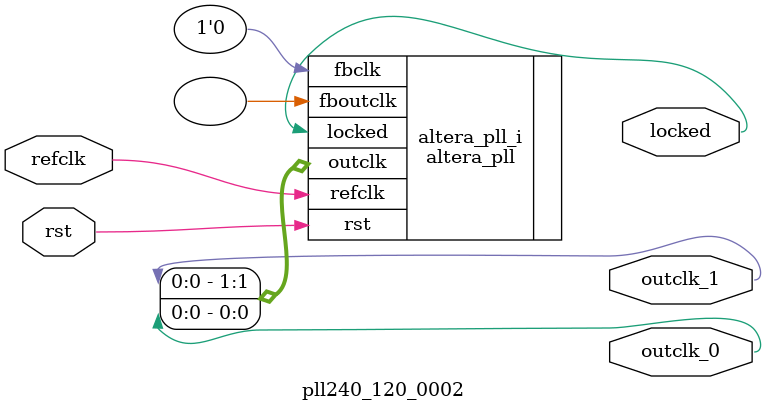
<source format=v>
`timescale 1ns/10ps
module  pll240_120_0002(

	// interface 'refclk'
	input wire refclk,

	// interface 'reset'
	input wire rst,

	// interface 'outclk0'
	output wire outclk_0,

	// interface 'outclk1'
	output wire outclk_1,

	// interface 'locked'
	output wire locked
);

	altera_pll #(
		.fractional_vco_multiplier("false"),
		.reference_clock_frequency("96.0 MHz"),
		.operation_mode("direct"),
		.number_of_clocks(2),
		.output_clock_frequency0("240.000000 MHz"),
		.phase_shift0("0 ps"),
		.duty_cycle0(50),
		.output_clock_frequency1("120.000000 MHz"),
		.phase_shift1("0 ps"),
		.duty_cycle1(50),
		.output_clock_frequency2("0 MHz"),
		.phase_shift2("0 ps"),
		.duty_cycle2(50),
		.output_clock_frequency3("0 MHz"),
		.phase_shift3("0 ps"),
		.duty_cycle3(50),
		.output_clock_frequency4("0 MHz"),
		.phase_shift4("0 ps"),
		.duty_cycle4(50),
		.output_clock_frequency5("0 MHz"),
		.phase_shift5("0 ps"),
		.duty_cycle5(50),
		.output_clock_frequency6("0 MHz"),
		.phase_shift6("0 ps"),
		.duty_cycle6(50),
		.output_clock_frequency7("0 MHz"),
		.phase_shift7("0 ps"),
		.duty_cycle7(50),
		.output_clock_frequency8("0 MHz"),
		.phase_shift8("0 ps"),
		.duty_cycle8(50),
		.output_clock_frequency9("0 MHz"),
		.phase_shift9("0 ps"),
		.duty_cycle9(50),
		.output_clock_frequency10("0 MHz"),
		.phase_shift10("0 ps"),
		.duty_cycle10(50),
		.output_clock_frequency11("0 MHz"),
		.phase_shift11("0 ps"),
		.duty_cycle11(50),
		.output_clock_frequency12("0 MHz"),
		.phase_shift12("0 ps"),
		.duty_cycle12(50),
		.output_clock_frequency13("0 MHz"),
		.phase_shift13("0 ps"),
		.duty_cycle13(50),
		.output_clock_frequency14("0 MHz"),
		.phase_shift14("0 ps"),
		.duty_cycle14(50),
		.output_clock_frequency15("0 MHz"),
		.phase_shift15("0 ps"),
		.duty_cycle15(50),
		.output_clock_frequency16("0 MHz"),
		.phase_shift16("0 ps"),
		.duty_cycle16(50),
		.output_clock_frequency17("0 MHz"),
		.phase_shift17("0 ps"),
		.duty_cycle17(50),
		.pll_type("General"),
		.pll_subtype("General")
	) altera_pll_i (
		.rst	(rst),
		.outclk	({outclk_1, outclk_0}),
		.locked	(locked),
		.fboutclk	( ),
		.fbclk	(1'b0),
		.refclk	(refclk)
	);
endmodule


</source>
